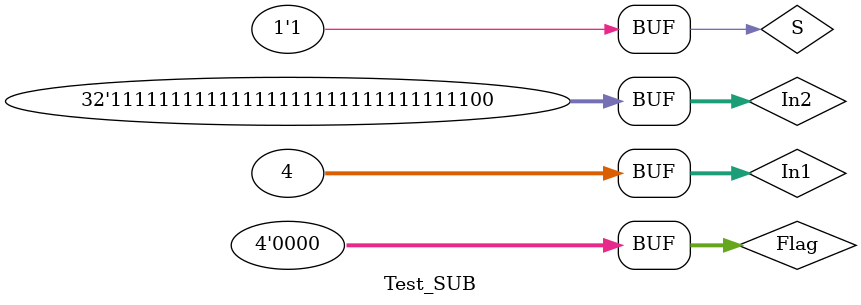
<source format=v>
module Test_SUB;	//[N, Z, C, V}]
reg signed [31:0] In1, In2;
reg S;
reg [3:0] Flag;
wire signed [31:0] Result;
wire [3:0] New_Flag;

initial
begin

In1=32'b10011111111111111111111111111111; In2=32'b110000000000000000000000000001; Flag=4'b0000; S=1; 
#10 In1=1; In2=3; S=1; 
#10 In1=-6; In2=8; S=1;
#10 In1=32'b11111111111111111111111111111111; In2=32'b11111111111111111111111111111111; S=1;
#10 In1=9; In2=10; S=1;
#10 In1=4; In2=-4; S=1;
end
initial
begin
$monitor($time, " In1.=%d, In2.=%d, Result=%d, Flag=%b", In1, In2, Result, New_Flag);
end
SUB sub(In1, In2, Result,Flag,S,New_Flag);

endmodule

</source>
